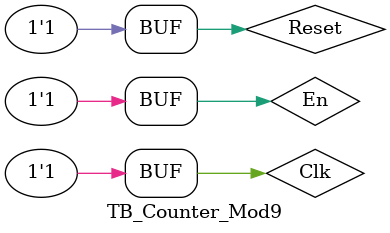
<source format=v>
`timescale 1ns/1ns

module Counter_Mod9(Clk, En, Reset, Out);

input Clk, En, Reset;
output [3:0] Out;

wire Tff2In, Tff3In;

T_FlipFlop TFF0(.Clk(Clk), .En(En), .Reset(Reset), .T(1'b1), .Q(Out[0]));
T_FlipFlop TFF1(.Clk(Clk), .En(En), .Reset(Reset), .T(Out[0]), .Q(Out[1]));
and TFF2IN(Tff2In, Out[0], Out[1]);
T_FlipFlop TFF2(.Clk(Clk), .En(En), .Reset(Reset), .T(Tff2In), .Q(Out[2]));
and TFF3IN(Tff3In, Tff2In, Out[2]);
T_FlipFlop TFF3(.Clk(Clk), .En(En), .Reset(Reset), .T(Tff3In), .Q(Out[3]));

endmodule



module TB_Counter_Mod9();

reg Clk, En, Reset;
wire [3:0] Out;

Counter_Mod9 COUNTER(.Clk(Clk), .En(En), .Reset(Reset), .Out(Out));

always begin
	#200 Clk = 1'b0;
	#200 Clk = 1'b1;
end

initial begin
	Clk = 1'b1;
	En = 1'b0; Reset = 1'b0;
	#100;
	En = 1'b1; Reset = 1'b1;
end
endmodule

</source>
